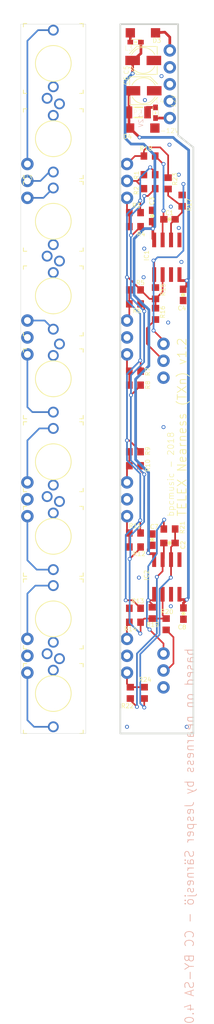
<source format=kicad_pcb>
(kicad_pcb (version 20240108) (generator "pcbnew") (generator_version "8.0")
  (layers (0 "F.Cu" signal) (31 "B.Cu" signal) (34 "B.Paste" user) (35 "F.Paste" user) (36 "B.SilkS" user "B.Silkscreen") (37 "F.SilkS" user "F.Silkscreen") (38 "B.Mask" user) (39 "F.Mask" user) (44 "Edge.Cuts" user))
  (net 0 "")
  (net 1 "GND")
  (net 2 "VCC")
  (net 3 "VEE")
  (net 4 "N$34")
  (net 5 "N$33")
  (net 6 "VCC1")
  (net 7 "VEE1")
  (net 8 "N$30")
  (net 9 "N$25")
  (net 10 "N$21")
  (net 11 "N$18")
  (net 12 "TOUT")
  (net 13 "N$27")
  (net 14 "N$26")
  (net 15 "N$24")
  (net 16 "N$23")
  (net 17 "BOUT")
  (net 18 "N$19")
  (net 19 "N$17")
  (net 20 "N$12")
  (net 21 "N$11")
  (net 22 "N$16")
  (net 23 "N$15")
  (net 24 "N$14")
  (net 25 "N$13")
  (net 26 "N$2")
  (net 27 "N$10")
  (net 28 "BMIX")
  (net 29 "TMIX")
  (net 30 "N$8")
  (net 31 "N$7")
  (net 32 "N$6")
  (net 33 "N$5")
  (net 34 "N$4")
  (net 35 "N$3")
  (footprint "WQP-PJ301M-12_JACK_L" (layer "F.Cu") (at 140.3501 128.6536 180)
    (property "Reference" "U7" (hide yes))
    (property "Value" "THONKICONNLEFT" (hide yes))
  )
  (footprint "SO08_262" (layer "F.Cu") (at 157.4501 86.7536)
    (property "Reference" "IC1")
    (property "Value" "LME49720")
  )
  (footprint "R0603" (layer "F.Cu") (at 152.6501 82.1536)
    (property "Reference" "R4")
    (property "Value" "439K")
  )
  (footprint "R0603" (layer "F.Cu") (at 155.2501 140.1536 90)
    (property "Reference" "R19")
    (property "Value" "100k")
  )
  (footprint "PANASONIC_B_334" (layer "F.Cu") (at 153.9001 57.2036 180)
    (property "Reference" "C5")
    (property "Value" "22uF")
  )
  (footprint "PTC-1206" (layer "F.Cu") (at 153.1501 65.0036 180)
    (property "Reference" "P2")
    (property "Value" "PTCSMD")
  )
  (footprint "R0603" (layer "F.Cu") (at 157.8501 127.5536)
    (property "Reference" "R21")
    (property "Value" "100k")
  )
  (footprint "R0603" (layer "F.Cu") (at 152.6501 105.9536)
    (property "Reference" "R8")
    (property "Value" "141k")
  )
  (footprint "0603" (layer "F.Cu") (at 152.8501 54.4536)
    (property "Reference" "L3")
    (property "Value" "742792664")
  )
  (footprint "R0603" (layer "F.Cu") (at 152.6501 103.8536)
    (property "Reference" "R7")
    (property "Value" "141k")
  )
  (footprint "WQP-PJ301M-12_JACK_L" (layer "F.Cu") (at 140.3501 81.3536)
    (property "Reference" "U3")
    (property "Value" "THONKICONNLEFT" (hide yes))
  )
  (footprint "WQP-PJ301M-12_JACK_L" (layer "F.Cu") (at 140.3501 117.4536)
    (property "Reference" "U6" (hide yes))
    (property "Value" "THONKICONNLEFT" (hide yes))
  )
  (footprint "WQP-PJ301M-12_JACK_L" (layer "F.Cu") (at 140.3501 92.5536 180)
    (property "Reference" "U4" (hide yes))
    (property "Value" "THONKICONNLEFT" (hide yes))
  )
  (footprint "R0603" (layer "F.Cu") (at 152.6501 130.2536)
    (property "Reference" "R12")
    (property "Value" "103k")
  )
  (footprint "R0603" (layer "F.Cu") (at 157.3501 141.8536 -90)
    (property "Reference" "R20")
    (property "Value" "100k")
  )
  (footprint "R0603" (layer "F.Cu") (at 152.6501 118.0536)
    (property "Reference" "R10")
    (property "Value" "113k")
  )
  (footprint "WQP-PJ301M-12_JACK_L" (layer "F.Cu") (at 140.3501 68.9536 180)
    (property "Reference" "U2" (hide yes))
    (property "Value" "THONKICONNLEFT" (hide yes))
  )
  (footprint "1X05_NO_SILK" (layer "F.Cu") (at 157.9001 65.8536 90)
    (property "Reference" "J11" (hide yes))
    (property "Value" "")
  )
  (footprint "1X03_NO_SILK" (layer "F.Cu") (at 136.4501 72.7536 -90)
    (property "Reference" "J1" (hide yes))
    (property "Value" "")
  )
  (footprint "0603-CAP" (layer "F.Cu") (at 157.8501 129.6536 180)
    (property "Reference" "C2")
    (property "Value" "22pF")
  )
  (footprint "R0603" (layer "F.Cu") (at 155.7501 95.2536 -90)
    (property "Reference" "R16")
    (property "Value" "100k")
  )
  (footprint "1X03_NO_SILK" (layer "F.Cu") (at 156.9501 146.2536 -90)
    (property "Reference" "J10" (hide yes))
    (property "Value" "")
  )
  (footprint "1X03_NO_SILK" (layer "F.Cu") (at 151.4501 144.0536 -90)
    (property "Reference" "J8" (hide yes))
    (property "Value" "")
  )
  (footprint "0603-CAP" (layer "F.Cu") (at 159.9001 92.4036 90)
    (property "Reference" "C4")
    (property "Value" "100nF")
  )
  (footprint "0603-CAP" (layer "F.Cu") (at 159.9501 140.2536 90)
    (property "Reference" "C8")
    (property "Value" "100nF")
  )
  (footprint "R0603" (layer "F.Cu") (at 152.6501 93.7536)
    (property "Reference" "R6")
    (property "Value" "215k")
  )
  (footprint "R0603" (layer "F.Cu") (at 157.6501 75.6536 90)
    (property "Reference" "R23")
    (property "Value" "100k")
  )
  (footprint "R0603" (layer "F.Cu") (at 152.6501 128.1536)
    (property "Reference" "R11")
    (property "Value" "439k")
  )
  (footprint "1X03_NO_SILK" (layer "F.Cu") (at 136.4501 120.5536 -90)
    (property "Reference" "J3" (hide yes))
    (property "Value" "")
  )
  (footprint "R0603" (layer "F.Cu") (at 152.6501 80.0536)
    (property "Reference" "R3")
    (property "Value" "103K")
  )
  (footprint "1X03_NO_SILK" (layer "F.Cu") (at 136.4501 96.2536 -90)
    (property "Reference" "J2" (hide yes))
    (property "Value" "")
  )
  (footprint "R0603" (layer "F.Cu") (at 159.7501 78.2536 -90)
    (property "Reference" "R17")
    (property "Value" "100k")
  )
  (footprint "0603-CAP" (layer "F.Cu") (at 155.2501 129.1536 90)
    (property "Reference" "C7")
    (property "Value" "100nF")
  )
  (footprint "WQP-PJ301M-12_JACK_L" (layer "F.Cu") (at 140.3501 152.2536 180)
    (property "Reference" "U9" (hide yes))
    (property "Value" "THONKICONNLEFT" (hide yes))
  )
  (footprint "R0603" (layer "F.Cu") (at 152.6501 139.4536)
    (property "Reference" "R13")
    (property "Value" "1M67")
  )
  (footprint "R0603" (layer "F.Cu") (at 154.8501 76.4536)
    (property "Reference" "R2")
    (property "Value" "1M67")
  )
  (footprint "1X03_NO_SILK" (layer "F.Cu") (at 136.4501 144.0536 -90)
    (property "Reference" "J4" (hide yes))
    (property "Value" "")
  )
  (footprint "1X03_NO_SILK" (layer "F.Cu") (at 156.9501 99.7536 -90)
    (property "Reference" "J9" (hide yes))
    (property "Value" "")
  )
  (footprint "WQP-PJ301M-12_JACK_L" (layer "F.Cu") (at 140.3501 105.0036 180)
    (property "Reference" "U5" (hide yes))
    (property "Value" "THONKICONNLEFT" (hide yes))
  )
  (footprint "R0603" (layer "F.Cu") (at 152.6501 141.5536)
    (property "Reference" "R14")
    (property "Value" "100k")
  )
  (footprint "R0603" (layer "F.Cu") (at 151.9501 152.1536 90)
    (property "Reference" "R22")
    (property "Value" "1k")
  )
  (footprint "R0603" (layer "F.Cu") (at 154.8501 71.5536 180)
    (property "Reference" "R18")
    (property "Value" "1k")
  )
  (footprint "0603" (layer "F.Cu") (at 155.7501 64.9536 90)
    (property "Reference" "L4")
    (property "Value" "742792664")
  )
  (footprint "R0603" (layer "F.Cu") (at 154.8501 74.3536)
    (property "Reference" "R1")
    (property "Value" "100k")
  )
  (footprint "R0603" (layer "F.Cu") (at 152.6501 115.9536)
    (property "Reference" "R9")
    (property "Value" "215k")
  )
  (footprint "1X03_NO_SILK" (layer "F.Cu") (at 151.4501 120.5536 -90)
    (property "Reference" "J7" (hide yes))
    (property "Value" "")
  )
  (footprint "R0603" (layer "F.Cu") (at 155.7501 92.1536 90)
    (property "Reference" "R15")
    (property "Value" "100k")
  )
  (footprint "1X03_NO_SILK" (layer "F.Cu") (at 151.4501 96.2536 -90)
    (property "Reference" "J6" (hide yes))
    (property "Value" "")
  )
  (footprint "WQP-PJ301M-12_JACK_L" (layer "F.Cu") (at 140.3501 57.6536)
    (property "Reference" "U1" (hide yes))
    (property "Value" "THONKICONNLEFT" (hide yes))
  )
  (footprint "WQP-PJ301M-12_JACK_L" (layer "F.Cu") (at 140.3501 141.0536)
    (property "Reference" "U8" (hide yes))
    (property "Value" "THONKICONNLEFT" (hide yes))
  )
  (footprint "PANASONIC_B_334" (layer "F.Cu") (at 153.9501 61.7536)
    (property "Reference" "C6")
    (property "Value" "22uF")
  )
  (footprint "SOD123_210" (layer "F.Cu") (at 153.8501 53.0536)
    (property "Reference" "D3")
    (property "Value" "")
  )
  (footprint "SO08_262" (layer "F.Cu") (at 157.4501 134.7536)
    (property "Reference" "IC2")
    (property "Value" "LME49720")
  )
  (footprint "SOD123_210" (layer "F.Cu") (at 153.7501 67.3536 180)
    (property "Reference" "D4")
    (property "Value" "")
  )
  (footprint "1X03_NO_SILK" (layer "F.Cu") (at 151.4501 72.7536 -90)
    (property "Reference" "J5" (hide yes))
    (property "Value" "")
  )
  (footprint "R0603" (layer "F.Cu") (at 152.6501 91.6536)
    (property "Reference" "R5")
    (property "Value" "113k")
  )
  (footprint "0603-CAP" (layer "F.Cu") (at 155.2501 80.5536 90)
    (property "Reference" "C3")
    (property "Value" "100nF")
  )
  (footprint "0603-CAP" (layer "F.Cu") (at 157.8501 81.0536 180)
    (property "Reference" "C1")
    (property "Value" "22pF")
  )
  (footprint "R0603" (layer "F.Cu") (at 154.0501 152.1536 90)
    (property "Reference" "R24")
    (property "Value" "100k")
  )
  (gr_line (start 161.4501 158.2536) (end 161.4501 70.2536) (stroke (width 0.254)) (layer "Edge.Cuts"))
  (gr_line (start 150.4501 158.2536) (end 161.4501 158.2536) (stroke (width 0.254)) (layer "Edge.Cuts"))
  (gr_line (start 161.4501 70.2536) (end 159.1501 68.4536) (stroke (width 0.254)) (layer "Edge.Cuts"))
  (gr_line (start 145.2501 158.2536) (end 145.2501 51.7536) (stroke (width 0.05)) (layer "Edge.Cuts"))
  (gr_line (start 159.1501 68.4536) (end 159.1501 51.7536) (stroke (width 0.254)) (layer "Edge.Cuts"))
  (gr_line (start 159.1501 51.7536) (end 150.4501 51.7536) (stroke (width 0.254)) (layer "Edge.Cuts"))
  (gr_line (start 135.4501 158.2536) (end 145.2501 158.2536) (stroke (width 0.05)) (layer "Edge.Cuts"))
  (gr_line (start 145.2501 51.7536) (end 135.4501 51.7536) (stroke (width 0.05)) (layer "Edge.Cuts"))
  (gr_line (start 135.4501 51.7536) (end 135.4501 158.2536) (stroke (width 0.05)) (layer "Edge.Cuts"))
  (gr_line (start 150.4501 51.7536) (end 150.4501 158.2536) (stroke (width 0.254)) (layer "Edge.Cuts"))
  (gr_text "-12V" (at 153.5501 65.8536 90) (layer "B.SilkS") (effects (font (size 0.69 0.69) (thickness 0.06)) (justify mirror)))
  (gr_text "based on nearness by Jesper Särnesjö - CC BY-SA 4.0" (at 160.1001 145.3536 90) (layer "B.SilkS") (effects (font (size 1.308608 1.308608) (thickness 0.113792)) (justify left top mirror)))
  (gr_text "-12V" (at 157.8501 67.7536 0) (layer "F.SilkS") (effects (font (size 0.69 0.69) (thickness 0.06))))
  (gr_text "bpcmusic - 2018" (at 158.6001 125.7536 90) (layer "F.SilkS") (effects (font (size 0.93472 0.93472) (thickness 0.08128)) (justify left bottom)))
  (gr_text "TELEX Nearness (TXn) v1.2" (at 160.5001 125.7536 90) (layer "F.SilkS") (effects (font (size 1.308608 1.308608) (thickness 0.113792)) (justify left bottom)))
  (gr_text "-12V" (at 158.4501 63.7536 90) (layer "F.SilkS") (effects (font (size 0.69 0.69) (thickness 0.06))))
  (via (at 159.2501 82.3536) (size 0.604) (drill 0.35) (layers "F.Cu" "B.Cu") (net 1))
  (via (at 156.9501 112.2536) (size 0.604) (drill 0.35) (layers "F.Cu" "B.Cu") (net 1))
  (via (at 159.2501 74.3536) (size 0.604) (drill 0.35) (layers "F.Cu" "B.Cu") (net 1))
  (via (at 157.8501 69.8536) (size 0.604) (drill 0.35) (layers "F.Cu" "B.Cu") (net 1))
  (via (at 158.0501 79.1536) (size 0.604) (drill 0.35) (layers "F.Cu" "B.Cu") (net 1))
  (via (at 153.2501 134.8536) (size 0.604) (drill 0.35) (layers "F.Cu" "B.Cu") (net 1))
  (via (at 154.1501 63.1536) (size 0.604) (drill 0.35) (layers "F.Cu" "B.Cu") (net 1))
  (via (at 159.6501 87.4536) (size 0.604) (drill 0.35) (layers "F.Cu" "B.Cu") (net 1))
  (via (at 153.9501 89.7536) (size 0.604) (drill 0.35) (layers "F.Cu" "B.Cu") (net 1))
  (via (at 156.6501 59.5536) (size 0.604) (drill 0.35) (layers "F.Cu" "B.Cu") (net 1))
  (via (at 151.4501 157.2536) (size 0.604) (drill 0.35) (layers "F.Cu" "B.Cu") (net 1))
  (via (at 157.6501 96.5536) (size 0.604) (drill 0.35) (layers "F.Cu" "B.Cu") (net 1))
  (via (at 160.4501 157.2536) (size 0.604) (drill 0.35) (layers "F.Cu" "B.Cu") (net 1))
  (via (at 154.0501 85.4536) (size 0.604) (drill 0.35) (layers "F.Cu" "B.Cu") (net 1))
  (via (at 158.0501 139.1536) (size 0.604) (drill 0.35) (layers "F.Cu" "B.Cu") (net 1))
  (segment (start 153.5501 56.1536) (end 152.3001 57.2036) (width 0.4064) (layer "F.Cu") (net 2))
  (segment (start 155.3501 83.9586) (end 155.5451 84.1536) (width 0.4064) (layer "F.Cu") (net 2))
  (segment (start 154.7501 131.2536) (end 155.4501 131.2536) (width 0.4064) (layer "F.Cu") (net 2))
  (segment (start 155.5451 131.3486) (end 155.5451 132.1536) (width 0.4064) (layer "F.Cu") (net 2))
  (segment (start 155.3501 81.5036) (end 155.2501 81.4036) (width 0.4064) (layer "F.Cu") (net 2))
  (segment (start 153.5501 54.4536) (end 153.5501 56.1536) (width 0.4064) (layer "F.Cu") (net 2))
  (segment (start 152.3001 57.2036) (end 152.3001 59.1536) (width 0.4064) (layer "F.Cu") (net 2))
  (segment (start 155.3501 82.4536) (end 155.3501 83.9586) (width 0.4064) (layer "F.Cu") (net 2))
  (segment (start 155.3501 82.4536) (end 155.3501 81.5036) (width 0.4064) (layer "F.Cu") (net 2))
  (segment (start 154.6501 131.1536) (end 154.6501 130.6036) (width 0.4064) (layer "F.Cu") (net 2))
  (segment (start 152.3001 59.1536) (end 152.2501 59.1536) (width 0.4064) (layer "F.Cu") (net 2))
  (segment (start 154.6501 131.1536) (end 154.7501 131.2536) (width 0.4064) (layer "F.Cu") (net 2))
  (segment (start 154.6501 130.6036) (end 155.2501 130.0036) (width 0.4064) (layer "F.Cu") (net 2))
  (segment (start 155.4501 131.2536) (end 155.5451 131.3486) (width 0.4064) (layer "F.Cu") (net 2))
  (via (at 154.6501 131.1536) (size 0.604) (drill 0.35) (layers "F.Cu" "B.Cu") (net 2))
  (via (at 152.3001 59.1536) (size 0.604) (drill 0.35) (layers "F.Cu" "B.Cu") (net 2))
  (via (at 155.3501 82.4536) (size 0.604) (drill 0.35) (layers "F.Cu" "B.Cu") (net 2))
  (segment (start 155.6501 71.4536) (end 155.6501 82.1536) (width 0.4064) (layer "B.Cu") (net 2))
  (segment (start 154.7501 103.0536) (end 152.7501 105.0536) (width 0.4064) (layer "B.Cu") (net 2))
  (segment (start 152.3001 59.1536) (end 151.1613 60.2924) (width 0.4064) (layer "B.Cu") (net 2))
  (segment (start 155.6501 82.1536) (end 155.3501 82.4536) (width 0.4064) (layer "B.Cu") (net 2))
  (segment (start 154.7501 94.623613) (end 154.7501 103.0536) (width 0.4064) (layer "B.Cu") (net 2))
  (segment (start 152.7501 105.0536) (end 152.7501 117.123613) (width 0.4064) (layer "B.Cu") (net 2))
  (segment (start 152.5141 83.9896) (end 152.5141 92.4536) (width 0.4064) (layer "B.Cu") (net 2))
  (segment (start 151.1613 68.8536) (end 152.0613 69.7536) (width 0.4064) (layer "B.Cu") (net 2))
  (segment (start 154.7077 119.081213) (end 154.7077 131.1112) (width 0.4064) (layer "B.Cu") (net 2))
  (segment (start 154.7077 131.1112) (end 154.7501 131.1536) (width 0.4064) (layer "B.Cu") (net 2))
  (segment (start 153.9501 69.7536) (end 155.6501 71.4536) (width 0.4064) (layer "B.Cu") (net 2))
  (segment (start 155.3501 82.4536) (end 154.0501 82.4536) (width 0.4064) (layer "B.Cu") (net 2))
  (segment (start 152.7501 117.123613) (end 154.7077 119.081213) (width 0.4064) (layer "B.Cu") (net 2))
  (segment (start 151.1613 60.2924) (end 151.1613 68.8536) (width 0.4064) (layer "B.Cu") (net 2))
  (segment (start 154.2565 94.196) (end 154.322487 94.196) (width 0.4064) (layer "B.Cu") (net 2))
  (segment (start 154.0501 82.4536) (end 152.5141 83.9896) (width 0.4064) (layer "B.Cu") (net 2))
  (segment (start 154.7501 131.1536) (end 154.6501 131.1536) (width 0.4064) (layer "B.Cu") (net 2))
  (segment (start 154.322487 94.196) (end 154.7501 94.623613) (width 0.4064) (layer "B.Cu") (net 2))
  (segment (start 152.0613 69.7536) (end 153.9501 69.7536) (width 0.4064) (layer "B.Cu") (net 2))
  (segment (start 152.5141 92.4536) (end 154.2565 94.196) (width 0.4064) (layer "B.Cu") (net 2))
  (segment (start 160.4501 138.1536) (end 159.5501 138.1536) (width 0.4064) (layer "F.Cu") (net 3))
  (segment (start 151.8501 67.3536) (end 153.3501 68.7536) (width 0.4064) (layer "F.Cu") (net 3))
  (segment (start 159.9501 138.6536) (end 159.9501 139.4036) (width 0.4064) (layer "F.Cu") (net 3))
  (segment (start 151.7501 65.0036) (end 151.7501 62.3536) (width 0.4064) (layer "F.Cu") (net 3))
  (segment (start 151.7501 67.2536) (end 151.8501 67.3536) (width 0.4064) (layer "F.Cu") (net 3))
  (segment (start 160.4501 90.2536) (end 159.4501 90.2536) (width 0.4064) (layer "F.Cu") (net 3))
  (segment (start 160.4501 90.2536) (end 160.4501 91.0036) (width 0.4064) (layer "F.Cu") (net 3))
  (segment (start 159.4501 138.2536) (end 159.3551 138.1586) (width 0.4064) (layer "F.Cu") (net 3))
  (segment (start 160.4501 138.1536) (end 159.9501 138.6536) (width 0.4064) (layer "F.Cu") (net 3))
  (segment (start 151.7501 62.3536) (end 152.3501 61.7536) (width 0.4064) (layer "F.Cu") (net 3))
  (segment (start 160.4501 91.0036) (end 159.9001 91.5536) (width 0.4064) (layer "F.Cu") (net 3))
  (segment (start 159.4501 90.2536) (end 159.4501 89.4486) (width 0.4064) (layer "F.Cu") (net 3))
  (segment (start 159.3551 138.1586) (end 159.3551 137.3536) (width 0.4064) (layer "F.Cu") (net 3))
  (segment (start 151.7501 65.0036) (end 151.7501 67.2536) (width 0.4064) (layer "F.Cu") (net 3))
  (segment (start 159.4501 89.4486) (end 159.3551 89.3536) (width 0.4064) (layer "F.Cu") (net 3))
  (segment (start 159.5501 138.1536) (end 159.4501 138.2536) (width 0.4064) (layer "F.Cu") (net 3))
  (via (at 160.4501 138.1536) (size 0.604) (drill 0.35) (layers "F.Cu" "B.Cu") (net 3))
  (via (at 153.3501 68.7536) (size 0.604) (drill 0.35) (layers "F.Cu" "B.Cu") (net 3))
  (via (at 160.4501 90.2536) (size 0.604) (drill 0.35) (layers "F.Cu" "B.Cu") (net 3))
  (segment (start 160.7001 90.0036) (end 160.4501 90.2536) (width 0.4064) (layer "B.Cu") (net 3))
  (segment (start 158.812475 69.1648) (end 158.836546 69.1648) (width 0.4064) (layer "B.Cu") (net 3))
  (segment (start 160.7389 89.9648) (end 160.7001 90.0036) (width 0.4064) (layer "B.Cu") (net 3))
  (segment (start 160.7001 90.0036) (end 160.7001 137.9036) (width 0.4064) (layer "B.Cu") (net 3))
  (segment (start 153.3501 68.7536) (end 158.401275 68.7536) (width 0.4064) (layer "B.Cu") (net 3))
  (segment (start 160.7389 70.6536) (end 160.7389 89.9648) (width 0.4064) (layer "B.Cu") (net 3))
  (segment (start 158.836546 69.1648) (end 160.7389 70.6536) (width 0.4064) (layer "B.Cu") (net 3))
  (segment (start 160.7001 137.9036) (end 160.4501 138.1536) (width 0.4064) (layer "B.Cu") (net 3))
  (segment (start 158.401275 68.7536) (end 158.812475 69.1648) (width 0.4064) (layer "B.Cu") (net 3))
  (segment (start 154.4501 64.9036) (end 154.5501 65.0036) (width 0.4064) (layer "F.Cu") (net 4))
  (segment (start 154.4501 64.2536) (end 154.4501 64.9036) (width 0.4064) (layer "F.Cu") (net 4))
  (segment (start 155.7501 64.2536) (end 154.4501 64.2536) (width 0.4064) (layer "F.Cu") (net 4))
  (segment (start 151.9501 53.0536) (end 151.9501 54.4536) (width 0.4064) (layer "F.Cu") (net 5))
  (segment (start 157.9001 53.7036) (end 157.1501 52.9536) (width 0.4064) (layer "F.Cu") (net 6))
  (segment (start 157.9001 55.6936) (end 157.9001 53.7036) (width 0.4064) (layer "F.Cu") (net 6))
  (segment (start 157.1501 52.9536) (end 155.7501 53.0536) (width 0.4064) (layer "F.Cu") (net 6))
  (segment (start 157.9001 65.8536) (end 155.7501 65.8536) (width 0.4064) (layer "F.Cu") (net 7))
  (segment (start 157.4101 148.7936) (end 156.9501 148.7936) (width 0.254) (layer "F.Cu") (net 8))
  (segment (start 158.4501 143.8036) (end 158.4501 147.7536) (width 0.254) (layer "F.Cu") (net 8))
  (segment (start 157.3501 142.7036) (end 158.4501 143.8036) (width 0.254) (layer "F.Cu") (net 8))
  (segment (start 158.4501 147.7536) (end 157.4101 148.7936) (width 0.254) (layer "F.Cu") (net 8))
  (segment (start 157.0001 131.9686) (end 157.0001 129.6536) (width 0.254) (layer "F.Cu") (net 9))
  (segment (start 156.8151 132.1536) (end 156.8151 133.8886) (width 0.254) (layer "F.Cu") (net 9))
  (segment (start 156.8151 132.1536) (end 157.0001 131.9686) (width 0.254) (layer "F.Cu") (net 9))
  (segment (start 151.9501 153.2536) (end 151.9501 153.0036) (width 0.254) (layer "F.Cu") (net 9))
  (segment (start 152.9501 154.2536) (end 151.9501 153.2536) (width 0.254) (layer "F.Cu") (net 9))
  (segment (start 156.8151 133.8886) (end 155.9501 134.7536) (width 0.254) (layer "F.Cu") (net 9))
  (via (at 152.9501 154.2536) (size 0.604) (drill 0.35) (layers "F.Cu" "B.Cu") (net 9))
  (via (at 155.9501 134.7536) (size 0.604) (drill 0.35) (layers "F.Cu" "B.Cu") (net 9))
  (segment (start 155.9501 143.2536) (end 152.9501 146.2536) (width 0.254) (layer "B.Cu") (net 9))
  (segment (start 155.9501 134.7536) (end 155.9501 143.2536) (width 0.254) (layer "B.Cu") (net 9))
  (segment (start 152.9501 146.2536) (end 152.9501 154.2536) (width 0.254) (layer "B.Cu") (net 9))
  (segment (start 158.7001 129.6536) (end 158.7001 127.5536) (width 0.254) (layer "F.Cu") (net 10))
  (segment (start 154.0501 154.3536) (end 154.0501 153.0036) (width 0.254) (layer "F.Cu") (net 10))
  (segment (start 158.0851 134.6886) (end 158.1501 134.7536) (width 0.254) (layer "F.Cu") (net 10))
  (segment (start 158.1501 134.7536) (end 158.0501 134.8536) (width 0.254) (layer "F.Cu") (net 10))
  (segment (start 158.0851 132.1536) (end 158.0851 130.2686) (width 0.254) (layer "F.Cu") (net 10))
  (segment (start 158.0851 130.2686) (end 158.7001 129.6536) (width 0.254) (layer "F.Cu") (net 10))
  (segment (start 158.0851 132.1536) (end 158.0851 134.6886) (width 0.254) (layer "F.Cu") (net 10))
  (via (at 158.0501 134.8536) (size 0.604) (drill 0.35) (layers "F.Cu" "B.Cu") (net 10))
  (via (at 154.0501 154.3536) (size 0.604) (drill 0.35) (layers "F.Cu" "B.Cu") (net 10))
  (segment (start 153.4501 153.7536) (end 154.0501 154.3536) (width 0.254) (layer "B.Cu") (net 10))
  (segment (start 158.0501 134.8536) (end 156.3565 136.5472) (width 0.254) (layer "B.Cu") (net 10))
  (segment (start 153.4501 146.328338) (end 153.4501 153.7536) (width 0.254) (layer "B.Cu") (net 10))
  (segment (start 156.3565 143.421938) (end 153.4501 146.328338) (width 0.254) (layer "B.Cu") (net 10))
  (segment (start 156.3565 136.5472) (end 156.3565 143.421938) (width 0.254) (layer "B.Cu") (net 10))
  (segment (start 155.2501 138.8536) (end 155.2501 139.3036) (width 0.254) (layer "F.Cu") (net 11))
  (segment (start 156.9501 144.7536) (end 156.9501 146.2536) (width 0.254) (layer "F.Cu") (net 11))
  (segment (start 155.4501 138.2536) (end 155.5451 138.1586) (width 0.254) (layer "F.Cu") (net 11))
  (segment (start 157.0001 127.5536) (end 157.0001 126.2036) (width 0.254) (layer "F.Cu") (net 11))
  (segment (start 155.5451 138.1586) (end 155.5451 137.3536) (width 0.254) (layer "F.Cu") (net 11))
  (segment (start 157.0001 126.2036) (end 157.0501 126.1536) (width 0.254) (layer "F.Cu") (net 11))
  (segment (start 154.6501 138.2536) (end 155.2501 138.8536) (width 0.254) (layer "F.Cu") (net 11))
  (segment (start 154.6501 138.2536) (end 155.4501 138.2536) (width 0.254) (layer "F.Cu") (net 11))
  (segment (start 154.6501 138.2536) (end 154.4501 138.2536) (width 0.254) (layer "F.Cu") (net 11))
  (segment (start 154.8501 142.6536) (end 156.9501 144.7536) (width 0.254) (layer "F.Cu") (net 11))
  (via (at 157.0501 126.1536) (size 0.604) (drill 0.35) (layers "F.Cu" "B.Cu") (net 11))
  (via (at 154.8501 142.6536) (size 0.604) (drill 0.35) (layers "F.Cu" "B.Cu") (net 11))
  (via (at 154.6501 138.2536) (size 0.604) (drill 0.35) (layers "F.Cu" "B.Cu") (net 11))
  (segment (start 154.4501 138.4536) (end 154.4501 142.2536) (width 0.254) (layer "B.Cu") (net 11))
  (segment (start 154.6501 138.2536) (end 154.4501 138.4536) (width 0.254) (layer "B.Cu") (net 11))
  (segment (start 155.9501 131.2536) (end 154.6501 133.1536) (width 0.254) (layer "B.Cu") (net 11))
  (segment (start 157.0501 126.1536) (end 155.9501 127.7536) (width 0.254) (layer "B.Cu") (net 11))
  (segment (start 154.4501 142.2536) (end 154.8501 142.6536) (width 0.254) (layer "B.Cu") (net 11))
  (segment (start 154.6501 133.1536) (end 154.6501 138.2536) (width 0.254) (layer "B.Cu") (net 11))
  (segment (start 155.9501 127.7536) (end 155.9501 131.2536) (width 0.254) (layer "B.Cu") (net 11))
  (segment (start 152.6501 71.5536) (end 151.4501 72.7536) (width 0.254) (layer "F.Cu") (net 12))
  (segment (start 157.6501 74.8036) (end 157.6501 71.4536) (width 0.254) (layer "F.Cu") (net 12))
  (segment (start 154.0001 70.7036) (end 154.0001 71.5536) (width 0.254) (layer "F.Cu") (net 12))
  (segment (start 154.4501 70.2536) (end 154.0001 70.7036) (width 0.254) (layer "F.Cu") (net 12))
  (segment (start 157.6501 71.4536) (end 156.4501 70.2536) (width 0.254) (layer "F.Cu") (net 12))
  (segment (start 154.0001 71.5536) (end 152.6501 71.5536) (width 0.254) (layer "F.Cu") (net 12))
  (segment (start 156.4501 70.2536) (end 154.4501 70.2536) (width 0.254) (layer "F.Cu") (net 12))
  (segment (start 156.9501 81.1036) (end 157.0001 81.0536) (width 0.254) (layer "F.Cu") (net 13))
  (segment (start 156.8151 84.1536) (end 156.8151 81.2386) (width 0.254) (layer "F.Cu") (net 13))
  (segment (start 156.9501 81.1036) (end 156.8151 81.2386) (width 0.254) (layer "F.Cu") (net 13))
  (segment (start 155.7001 71.5536) (end 156.9501 72.8036) (width 0.254) (layer "F.Cu") (net 13))
  (segment (start 156.9501 79.7536) (end 156.9501 81.1036) (width 0.254) (layer "F.Cu") (net 13))
  (segment (start 156.9501 72.8036) (end 156.9501 72.7536) (width 0.254) (layer "F.Cu") (net 13))
  (via (at 156.9501 72.7536) (size 0.604) (drill 0.35) (layers "F.Cu" "B.Cu") (net 13))
  (via (at 156.9501 79.7536) (size 0.604) (drill 0.35) (layers "F.Cu" "B.Cu") (net 13))
  (segment (start 156.9501 72.7536) (end 156.9501 79.7536) (width 0.254) (layer "B.Cu") (net 13))
  (segment (start 155.7501 96.1036) (end 154.4501 97.4036) (width 0.254) (layer "F.Cu") (net 14))
  (segment (start 154.4501 97.4036) (end 154.4501 99.7536) (width 0.254) (layer "F.Cu") (net 14))
  (segment (start 154.4501 99.7536) (end 156.9501 102.2536) (width 0.254) (layer "F.Cu") (net 14))
  (segment (start 156.9501 102.2536) (end 156.9501 102.2936) (width 0.254) (layer "F.Cu") (net 14))
  (segment (start 158.0851 81.6686) (end 158.7001 81.0536) (width 0.254) (layer "F.Cu") (net 15))
  (segment (start 159.7501 80.0036) (end 159.7501 79.1036) (width 0.254) (layer "F.Cu") (net 15))
  (segment (start 157.6501 77.5036) (end 157.6501 76.5036) (width 0.254) (layer "F.Cu") (net 15))
  (segment (start 158.7001 81.0536) (end 159.7501 80.0036) (width 0.254) (layer "F.Cu") (net 15))
  (segment (start 159.7501 79.1036) (end 157.6501 77.5036) (width 0.254) (layer "F.Cu") (net 15))
  (segment (start 158.0851 84.1536) (end 158.0851 81.6686) (width 0.254) (layer "F.Cu") (net 15))
  (segment (start 155.7501 91.3036) (end 155.5451 91.0986) (width 0.254) (layer "F.Cu") (net 16))
  (segment (start 155.5451 87.3486) (end 155.5451 89.3536) (width 0.254) (layer "F.Cu") (net 16))
  (segment (start 159.7501 77.4036) (end 159.9501 77.2036) (width 0.254) (layer "F.Cu") (net 16))
  (segment (start 155.4501 97.7536) (end 156.9501 99.2536) (width 0.254) (layer "F.Cu") (net 16))
  (segment (start 159.9501 77.2036) (end 159.9501 75.7536) (width 0.254) (layer "F.Cu") (net 16))
  (segment (start 155.5451 91.0986) (end 155.5451 89.3536) (width 0.254) (layer "F.Cu") (net 16))
  (segment (start 155.4501 87.2536) (end 155.5451 87.3486) (width 0.254) (layer "F.Cu") (net 16))
  (segment (start 156.9501 99.2536) (end 156.9501 99.7536) (width 0.254) (layer "F.Cu") (net 16))
  (via (at 155.4501 87.2536) (size 0.604) (drill 0.35) (layers "F.Cu" "B.Cu") (net 16))
  (via (at 155.4501 97.7536) (size 0.604) (drill 0.35) (layers "F.Cu" "B.Cu") (net 16))
  (via (at 159.9501 75.7536) (size 0.604) (drill 0.35) (layers "F.Cu" "B.Cu") (net 16))
  (segment (start 156.0501 86.7536) (end 155.5501 87.2536) (width 0.254) (layer "B.Cu") (net 16))
  (segment (start 155.4501 87.2536) (end 155.4501 97.7536) (width 0.254) (layer "B.Cu") (net 16))
  (segment (start 159.9501 85.7536) (end 158.9501 86.7536) (width 0.254) (layer "B.Cu") (net 16))
  (segment (start 158.9501 86.7536) (end 156.0501 86.7536) (width 0.254) (layer "B.Cu") (net 16))
  (segment (start 155.5501 87.2536) (end 155.4501 87.2536) (width 0.254) (layer "B.Cu") (net 16))
  (segment (start 159.9501 75.7536) (end 159.9501 85.7536) (width 0.254) (layer "B.Cu") (net 16))
  (segment (start 151.9501 151.3036) (end 151.4501 150.8036) (width 0.254) (layer "F.Cu") (net 17))
  (segment (start 151.9501 151.3036) (end 154.0501 151.3036) (width 0.254) (layer "F.Cu") (net 17))
  (segment (start 151.4501 150.8036) (end 151.4501 149.1336) (width 0.254) (layer "F.Cu") (net 17))
  (segment (start 136.4501 114.2536) (end 138.2501 112.4536) (width 0.254) (layer "B.Cu") (net 18))
  (segment (start 136.4501 120.5536) (end 136.4501 114.2536) (width 0.254) (layer "B.Cu") (net 18))
  (segment (start 138.2501 112.4536) (end 140.3501 112.4536) (width 0.254) (layer "B.Cu") (net 18))
  (segment (start 136.4501 125.6336) (end 136.4501 132.2536) (width 0.254) (layer "B.Cu") (net 19))
  (segment (start 136.4501 132.2536) (end 137.8501 133.6536) (width 0.254) (layer "B.Cu") (net 19))
  (segment (start 137.8501 133.6536) (end 140.3501 133.6536) (width 0.254) (layer "B.Cu") (net 19))
  (segment (start 136.4501 144.0536) (end 136.4501 137.2536) (width 0.254) (layer "B.Cu") (net 20))
  (segment (start 137.6501 136.0536) (end 140.3501 136.0536) (width 0.254) (layer "B.Cu") (net 20))
  (segment (start 136.4501 137.2536) (end 137.6501 136.0536) (width 0.254) (layer "B.Cu") (net 20))
  (segment (start 136.4501 149.1336) (end 136.4501 156.2536) (width 0.254) (layer "B.Cu") (net 21))
  (segment (start 136.4501 156.2536) (end 137.4501 157.2536) (width 0.254) (layer "B.Cu") (net 21))
  (segment (start 137.4501 157.2536) (end 140.3501 157.2536) (width 0.254) (layer "B.Cu") (net 21))
  (segment (start 136.4501 101.3336) (end 136.4501 109.2536) (width 0.254) (layer "B.Cu") (net 22))
  (segment (start 137.2001 110.0036) (end 140.3501 110.0036) (width 0.254) (layer "B.Cu") (net 22))
  (segment (start 136.4501 109.2536) (end 137.2001 110.0036) (width 0.254) (layer "B.Cu") (net 22))
  (segment (start 139.0501 96.2536) (end 136.4501 96.2536) (width 0.254) (layer "B.Cu") (net 23))
  (segment (start 140.3501 97.5536) (end 139.0501 96.2536) (width 0.254) (layer "B.Cu") (net 23))
  (segment (start 138.8701 77.8336) (end 136.4501 77.8336) (width 0.254) (layer "B.Cu") (net 24))
  (segment (start 140.3501 76.3536) (end 138.8701 77.8336) (width 0.254) (layer "B.Cu") (net 24))
  (segment (start 139.7501 73.9536) (end 138.4101 75.2936) (width 0.254) (layer "B.Cu") (net 25))
  (segment (start 138.4101 75.2936) (end 136.4501 75.2936) (width 0.254) (layer "B.Cu") (net 25))
  (segment (start 140.3501 73.9536) (end 139.7501 73.9536) (width 0.254) (layer "B.Cu") (net 25))
  (segment (start 136.4501 54.2536) (end 138.0501 52.6536) (width 0.254) (layer "B.Cu") (net 26))
  (segment (start 136.4501 72.7536) (end 136.4501 54.2536) (width 0.254) (layer "B.Cu") (net 26))
  (segment (start 138.0501 52.6536) (end 140.3501 52.6536) (width 0.254) (layer "B.Cu") (net 26))
  (segment (start 151.4501 120.5536) (end 151.4501 118.4036) (width 0.254) (layer "F.Cu") (net 27))
  (segment (start 151.8001 118.0536) (end 151.8001 115.9536) (width 0.254) (layer "F.Cu") (net 27))
  (segment (start 151.4501 118.4036) (end 151.8001 118.0536) (width 0.254) (layer "F.Cu") (net 27))
  (segment (start 154.0501 94.3036) (end 153.5001 93.7536) (width 0.254) (layer "F.Cu") (net 28))
  (segment (start 153.5001 141.5536) (end 153.5001 143.2036) (width 0.254) (layer "F.Cu") (net 28))
  (segment (start 155.2501 141.0036) (end 157.3501 141.0036) (width 0.254) (layer "F.Cu") (net 28))
  (segment (start 156.8151 140.4686) (end 156.8151 137.3536) (width 0.254) (layer "F.Cu") (net 28))
  (segment (start 152.0501 107.4536) (end 153.5001 106.0036) (width 0.254) (layer "F.Cu") (net 28))
  (segment (start 153.5001 106.0036) (end 153.5001 105.9536) (width 0.254) (layer "F.Cu") (net 28))
  (segment (start 152.0501 83.4536) (end 152.2001 83.4536) (width 0.254) (layer "F.Cu") (net 28))
  (segment (start 157.3501 141.0036) (end 156.8151 140.4686) (width 0.254) (layer "F.Cu") (net 28))
  (segment (start 153.5001 118.0536) (end 153.5001 118.8036) (width 0.254) (layer "F.Cu") (net 28))
  (segment (start 154.0501 77.5536) (end 154.6001 77.5536) (width 0.254) (layer "F.Cu") (net 28))
  (segment (start 153.5001 118.8036) (end 154.0501 119.3536) (width 0.254) (layer "F.Cu") (net 28))
  (segment (start 151.8501 132.0536) (end 153.5001 130.4036) (width 0.254) (layer "F.Cu") (net 28))
  (segment (start 153.5001 143.2036) (end 153.4501 143.2536) (width 0.254) (layer "F.Cu") (net 28))
  (segment (start 154.6001 77.5536) (end 155.7001 76.4536) (width 0.254) (layer "F.Cu") (net 28))
  (segment (start 154.0501 94.8536) (end 154.0501 94.3036) (width 0.254) (layer "F.Cu") (net 28))
  (segment (start 152.2001 83.4536) (end 153.5001 82.1536) (width 0.254) (layer "F.Cu") (net 28))
  (segment (start 153.5001 141.5536) (end 154.0501 141.0036) (width 0.254) (layer "F.Cu") (net 28))
  (segment (start 153.5001 130.4036) (end 153.5001 130.2536) (width 0.254) (layer "F.Cu") (net 28))
  (segment (start 154.0501 141.0036) (end 155.2501 141.0036) (width 0.254) (layer "F.Cu") (net 28))
  (via (at 151.8501 132.0536) (size 0.604) (drill 0.35) (layers "F.Cu" "B.Cu") (net 28))
  (via (at 154.0501 77.5536) (size 0.604) (drill 0.35) (layers "F.Cu" "B.Cu") (net 28))
  (via (at 154.0501 119.3536) (size 0.604) (drill 0.35) (layers "F.Cu" "B.Cu") (net 28))
  (via (at 152.0501 83.4536) (size 0.604) (drill 0.35) (layers "F.Cu" "B.Cu") (net 28))
  (via (at 154.0501 94.8536) (size 0.604) (drill 0.35) (layers "F.Cu" "B.Cu") (net 28))
  (via (at 152.0501 107.4536) (size 0.604) (drill 0.35) (layers "F.Cu" "B.Cu") (net 28))
  (via (at 153.4501 143.2536) (size 0.604) (drill 0.35) (layers "F.Cu" "B.Cu") (net 28))
  (segment (start 154.0315 125.0722) (end 154.0501 119.3536) (width 0.254) (layer "B.Cu") (net 28))
  (segment (start 153.4501 143.2536) (end 151.8501 141.6536) (width 0.254) (layer "B.Cu") (net 28))
  (segment (start 151.8501 141.6536) (end 151.8501 132.0536) (width 0.254) (layer "B.Cu") (net 28))
  (segment (start 154.0315 78.494425) (end 154.0315 77.5722) (width 0.254) (layer "B.Cu") (net 28))
  (segment (start 152.0501 83.5536) (end 152.0501 83.4536) (width 0.254) (layer "B.Cu") (net 28))
  (segment (start 154.0315 94.835) (end 154.0501 94.8536) (width 0.254) (layer "B.Cu") (net 28))
  (segment (start 153.8565 119.085263) (end 152.0315 117.260263) (width 0.254) (layer "B.Cu") (net 28))
  (segment (start 152.0501 83.4536) (end 152.0501 80.475825) (width 0.254) (layer "B.Cu") (net 28))
  (segment (start 153.8565 119.16) (end 153.8565 119.085263) (width 0.254) (layer "B.Cu") (net 28))
  (segment (start 154.0501 94.8536) (end 152.0315 92.835) (width 0.254) (layer "B.Cu") (net 28))
  (segment (start 151.8501 132.0536) (end 151.9501 131.9536) (width 0.254) (layer "B.Cu") (net 28))
  (segment (start 154.0315 77.5722) (end 154.0501 77.5536) (width 0.254) (layer "B.Cu") (net 28))
  (segment (start 151.9501 131.9536) (end 151.9501 128.575825) (width 0.254) (layer "B.Cu") (net 28))
  (segment (start 152.0501 107.4536) (end 152.0501 104.475825) (width 0.254) (layer "B.Cu") (net 28))
  (segment (start 152.0315 92.835) (end 152.0315 83.5722) (width 0.254) (layer "B.Cu") (net 28))
  (segment (start 152.0501 80.475825) (end 154.0315 78.494425) (width 0.254) (layer "B.Cu") (net 28))
  (segment (start 152.0315 107.4722) (end 152.0501 107.4536) (width 0.254) (layer "B.Cu") (net 28))
  (segment (start 151.9501 128.575825) (end 154.0315 126.494425) (width 0.254) (layer "B.Cu") (net 28))
  (segment (start 154.0501 119.3536) (end 153.8565 119.16) (width 0.254) (layer "B.Cu") (net 28))
  (segment (start 152.0315 117.260263) (end 152.0315 107.4722) (width 0.254) (layer "B.Cu") (net 28))
  (segment (start 154.0315 102.494425) (end 154.0315 94.835) (width 0.254) (layer "B.Cu") (net 28))
  (segment (start 152.0315 83.5722) (end 152.0501 83.5536) (width 0.254) (layer "B.Cu") (net 28))
  (segment (start 152.0501 104.475825) (end 154.0315 102.494425) (width 0.254) (layer "B.Cu") (net 28))
  (segment (start 154.0315 126.494425) (end 154.0315 125.0722) (width 0.254) (layer "B.Cu") (net 28))
  (segment (start 154.0315 94.835) (end 153.9501 94.7536) (width 0.254) (layer "B.Cu") (net 28))
  (segment (start 151.8001 114.2536) (end 153.5001 115.9536) (width 0.254) (layer "F.Cu") (net 29))
  (segment (start 151.6001 89.7536) (end 153.5001 91.6536) (width 0.254) (layer "F.Cu") (net 29))
  (segment (start 153.5001 102.3036) (end 153.5001 103.8536) (width 0.254) (layer "F.Cu") (net 29))
  (segment (start 151.4501 89.7536) (end 151.6001 89.7536) (width 0.254) (layer "F.Cu") (net 29))
  (segment (start 155.7501 93.0036) (end 156.8151 91.9386) (width 0.254) (layer "F.Cu") (net 29))
  (segment (start 155.7501 93.0036) (end 155.7501 94.4036) (width 0.254) (layer "F.Cu") (net 29))
  (segment (start 153.5001 91.6536) (end 154.8501 93.0036) (width 0.254) (layer "F.Cu") (net 29))
  (segment (start 154.8501 93.0036) (end 155.7501 93.0036) (width 0.254) (layer "F.Cu") (net 29))
  (segment (start 153.4501 126.2536) (end 153.4501 128.1036) (width 0.254) (layer "F.Cu") (net 29))
  (segment (start 153.4501 128.1036) (end 153.5001 128.1536) (width 0.254) (layer "F.Cu") (net 29))
  (segment (start 155.7001 74.0036) (end 155.7001 74.3536) (width 0.254) (layer "F.Cu") (net 29))
  (segment (start 153.4501 80.0036) (end 153.5001 80.0536) (width 0.254) (layer "F.Cu") (net 29))
  (segment (start 151.4501 114.2536) (end 151.8001 114.2536) (width 0.254) (layer "F.Cu") (net 29))
  (segment (start 153.5001 139.4536) (end 152.3001 138.2536) (width 0.254) (layer "F.Cu") (net 29))
  (segment (start 154.9501 73.2536) (end 155.7001 74.0036) (width 0.254) (layer "F.Cu") (net 29))
  (segment (start 153.4501 102.2536) (end 153.5001 102.3036) (width 0.254) (layer "F.Cu") (net 29))
  (segment (start 156.8151 91.9386) (end 156.8151 89.3536) (width 0.254) (layer "F.Cu") (net 29))
  (segment (start 153.4501 78.2536) (end 153.4501 80.0036) (width 0.254) (layer "F.Cu") (net 29))
  (segment (start 152.3001 138.2536) (end 151.2601 138.2536) (width 0.254) (layer "F.Cu") (net 29))
  (via (at 153.4501 102.2536) (size 0.604) (drill 0.35) (layers "F.Cu" "B.Cu") (net 29))
  (via (at 154.9501 73.2536) (size 0.604) (drill 0.35) (layers "F.Cu" "B.Cu") (net 29))
  (via (at 151.4501 114.2536) (size 0.604) (drill 0.35) (layers "F.Cu" "B.Cu") (net 29))
  (via (at 153.4501 126.2536) (size 0.604) (drill 0.35) (layers "F.Cu" "B.Cu") (net 29))
  (via (at 151.2601 138.2536) (size 0.604) (drill 0.35) (layers "F.Cu" "B.Cu") (net 29))
  (via (at 153.4501 78.2536) (size 0.604) (drill 0.35) (layers "F.Cu" "B.Cu") (net 29))
  (via (at 151.4501 89.7536) (size 0.604) (drill 0.35) (layers "F.Cu" "B.Cu") (net 29))
  (segment (start 153.4501 126.2536) (end 153.4501 119.2536) (width 0.254) (layer "B.Cu") (net 29))
  (segment (start 153.4501 78.2536) (end 153.4501 74.7536) (width 0.254) (layer "B.Cu") (net 29))
  (segment (start 151.4501 80.2536) (end 153.4501 78.2536) (width 0.254) (layer "B.Cu") (net 29))
  (segment (start 153.4501 102.2536) (end 153.4501 95.2536) (width 0.254) (layer "B.Cu") (net 29))
  (segment (start 153.4501 119.2536) (end 151.4501 117.2536) (width 0.254) (layer "B.Cu") (net 29))
  (segment (start 151.2601 128.4436) (end 153.4501 126.2536) (width 0.254) (layer "B.Cu") (net 29))
  (segment (start 151.4501 117.2536) (end 151.4501 114.2536) (width 0.254) (layer "B.Cu") (net 29))
  (segment (start 153.4501 74.7536) (end 154.9501 73.2536) (width 0.254) (layer "B.Cu") (net 29))
  (segment (start 153.4501 95.2536) (end 151.4501 93.2536) (width 0.254) (layer "B.Cu") (net 29))
  (segment (start 151.4501 93.2536) (end 151.4501 89.7536) (width 0.254) (layer "B.Cu") (net 29))
  (segment (start 151.2601 138.2536) (end 151.2601 128.4436) (width 0.254) (layer "B.Cu") (net 29))
  (segment (start 151.4501 89.7536) (end 151.4501 80.2536) (width 0.254) (layer "B.Cu") (net 29))
  (segment (start 151.4501 114.2536) (end 151.4501 104.2536) (width 0.254) (layer "B.Cu") (net 29))
  (segment (start 151.4501 104.2536) (end 153.4501 102.2536) (width 0.254) (layer "B.Cu") (net 29))
  (segment (start 151.8001 141.5536) (end 151.4501 141.9036) (width 0.254) (layer "F.Cu") (net 30))
  (segment (start 151.4501 141.9036) (end 151.4501 144.0536) (width 0.254) (layer "F.Cu") (net 30))
  (segment (start 151.8001 139.4536) (end 151.8001 141.5536) (width 0.254) (layer "F.Cu") (net 30))
  (segment (start 151.8001 128.1536) (end 151.8001 130.2536) (width 0.254) (layer "F.Cu") (net 31))
  (segment (start 151.4501 127.8036) (end 151.8001 128.1536) (width 0.254) (layer "F.Cu") (net 31))
  (segment (start 151.4501 125.6336) (end 151.4501 127.8036) (width 0.254) (layer "F.Cu") (net 31))
  (segment (start 151.8001 103.8536) (end 151.8001 105.9536) (width 0.254) (layer "F.Cu") (net 32))
  (segment (start 151.4501 101.3336) (end 151.4501 103.5036) (width 0.254) (layer "F.Cu") (net 32))
  (segment (start 151.4501 103.5036) (end 151.8001 103.8536) (width 0.254) (layer "F.Cu") (net 32))
  (segment (start 151.8001 95.9036) (end 151.8001 93.7536) (width 0.254) (layer "F.Cu") (net 33))
  (segment (start 151.4501 96.2536) (end 151.8001 95.9036) (width 0.254) (layer "F.Cu") (net 33))
  (segment (start 151.8001 93.7536) (end 151.8001 91.6536) (width 0.254) (layer "F.Cu") (net 33))
  (segment (start 151.4501 79.7036) (end 151.8001 80.0536) (width 0.254) (layer "F.Cu") (net 34))
  (segment (start 151.4501 77.8336) (end 151.4501 79.7036) (width 0.254) (layer "F.Cu") (net 34))
  (segment (start 151.8001 80.0536) (end 151.8001 82.1536) (width 0.254) (layer "F.Cu") (net 34))
  (segment (start 152.8401 75.2936) (end 154.0001 76.4536) (width 0.254) (layer "F.Cu") (net 35))
  (segment (start 151.4501 75.2936) (end 152.4501 75.2936) (width 0.254) (layer "F.Cu") (net 35))
  (segment (start 152.8401 75.2936) (end 153.0601 75.2936) (width 0.254) (layer "F.Cu") (net 35))
  (segment (start 153.0601 75.2936) (end 154.0001 74.3536) (width 0.254) (layer "F.Cu") (net 35))
  (segment (start 152.4501 75.2936) (end 152.8401 75.2936) (width 0.254) (layer "F.Cu") (net 35))
)
</source>
